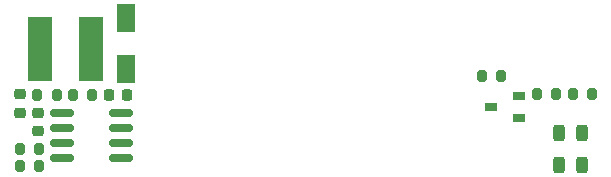
<source format=gbr>
%TF.GenerationSoftware,KiCad,Pcbnew,8.0.8*%
%TF.CreationDate,2026-01-07T21:13:00+09:00*%
%TF.ProjectId,emergency_board_NHK2026,656d6572-6765-46e6-9379-5f626f617264,rev?*%
%TF.SameCoordinates,Original*%
%TF.FileFunction,Paste,Top*%
%TF.FilePolarity,Positive*%
%FSLAX46Y46*%
G04 Gerber Fmt 4.6, Leading zero omitted, Abs format (unit mm)*
G04 Created by KiCad (PCBNEW 8.0.8) date 2026-01-07 21:13:00*
%MOMM*%
%LPD*%
G01*
G04 APERTURE LIST*
G04 Aperture macros list*
%AMRoundRect*
0 Rectangle with rounded corners*
0 $1 Rounding radius*
0 $2 $3 $4 $5 $6 $7 $8 $9 X,Y pos of 4 corners*
0 Add a 4 corners polygon primitive as box body*
4,1,4,$2,$3,$4,$5,$6,$7,$8,$9,$2,$3,0*
0 Add four circle primitives for the rounded corners*
1,1,$1+$1,$2,$3*
1,1,$1+$1,$4,$5*
1,1,$1+$1,$6,$7*
1,1,$1+$1,$8,$9*
0 Add four rect primitives between the rounded corners*
20,1,$1+$1,$2,$3,$4,$5,0*
20,1,$1+$1,$4,$5,$6,$7,0*
20,1,$1+$1,$6,$7,$8,$9,0*
20,1,$1+$1,$8,$9,$2,$3,0*%
G04 Aperture macros list end*
%ADD10R,2.000000X5.500000*%
%ADD11RoundRect,0.225000X0.225000X0.250000X-0.225000X0.250000X-0.225000X-0.250000X0.225000X-0.250000X0*%
%ADD12RoundRect,0.225000X0.250000X-0.225000X0.250000X0.225000X-0.250000X0.225000X-0.250000X-0.225000X0*%
%ADD13RoundRect,0.225000X-0.250000X0.225000X-0.250000X-0.225000X0.250000X-0.225000X0.250000X0.225000X0*%
%ADD14R,1.550000X2.350000*%
%ADD15RoundRect,0.243750X-0.243750X-0.456250X0.243750X-0.456250X0.243750X0.456250X-0.243750X0.456250X0*%
%ADD16R,1.050000X0.700000*%
%ADD17RoundRect,0.200000X-0.200000X-0.275000X0.200000X-0.275000X0.200000X0.275000X-0.200000X0.275000X0*%
%ADD18RoundRect,0.200000X0.200000X0.275000X-0.200000X0.275000X-0.200000X-0.275000X0.200000X-0.275000X0*%
%ADD19RoundRect,0.150000X0.825000X0.150000X-0.825000X0.150000X-0.825000X-0.150000X0.825000X-0.150000X0*%
G04 APERTURE END LIST*
D10*
%TO.C,L1*%
X40500000Y-25400000D03*
X36200000Y-25400000D03*
%TD*%
D11*
%TO.C,C1*%
X43550000Y-29310000D03*
X42000000Y-29310000D03*
%TD*%
D12*
%TO.C,C4*%
X36000000Y-32360000D03*
X36000000Y-30810000D03*
%TD*%
D13*
%TO.C,C5*%
X34500000Y-29260000D03*
X34500000Y-30810000D03*
%TD*%
D14*
%TO.C,D1*%
X43450000Y-27100000D03*
X43450000Y-22800000D03*
%TD*%
D15*
%TO.C,D2*%
X80162500Y-35200000D03*
X82037500Y-35200000D03*
%TD*%
%TO.C,D3*%
X80162500Y-32550000D03*
X82037500Y-32550000D03*
%TD*%
D16*
%TO.C,Q1*%
X76700000Y-31300000D03*
X76700000Y-29400000D03*
X74400000Y-30350000D03*
%TD*%
D17*
%TO.C,R1*%
X34450000Y-33860000D03*
X36100000Y-33860000D03*
%TD*%
%TO.C,R2*%
X34450000Y-35360000D03*
X36100000Y-35360000D03*
%TD*%
D18*
%TO.C,R3*%
X40600000Y-29310000D03*
X38950000Y-29310000D03*
%TD*%
%TO.C,R4*%
X37600000Y-29310000D03*
X35950000Y-29310000D03*
%TD*%
%TO.C,R5*%
X81275000Y-29250000D03*
X82925000Y-29250000D03*
%TD*%
%TO.C,R6*%
X75225000Y-27700000D03*
X73575000Y-27700000D03*
%TD*%
%TO.C,R7*%
X78225000Y-29250000D03*
X79875000Y-29250000D03*
%TD*%
D19*
%TO.C,U1*%
X43000000Y-34670000D03*
X43000000Y-33400000D03*
X43000000Y-32130000D03*
X43000000Y-30860000D03*
X38050000Y-30860000D03*
X38050000Y-32130000D03*
X38050000Y-33400000D03*
X38050000Y-34670000D03*
%TD*%
M02*

</source>
